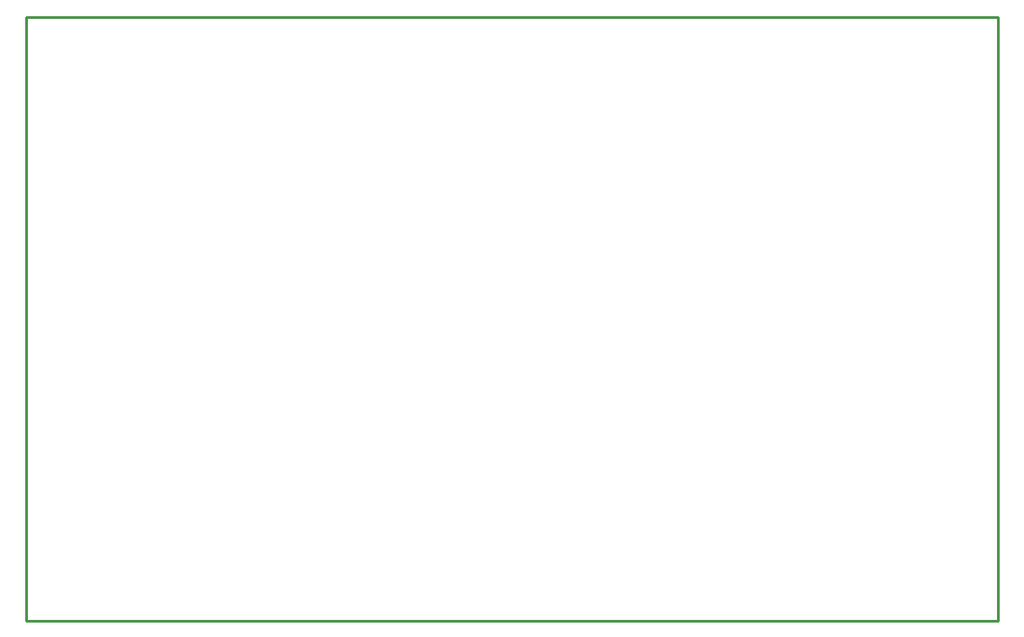
<source format=gbr>
G04 EAGLE Gerber RS-274X export*
G75*
%MOMM*%
%FSLAX34Y34*%
%LPD*%
%IN*%
%IPPOS*%
%AMOC8*
5,1,8,0,0,1.08239X$1,22.5*%
G01*
%ADD10C,0.254000*%


D10*
X0Y-2540D02*
X914200Y-2540D01*
X914200Y565660D01*
X0Y565660D01*
X0Y-2540D01*
M02*

</source>
